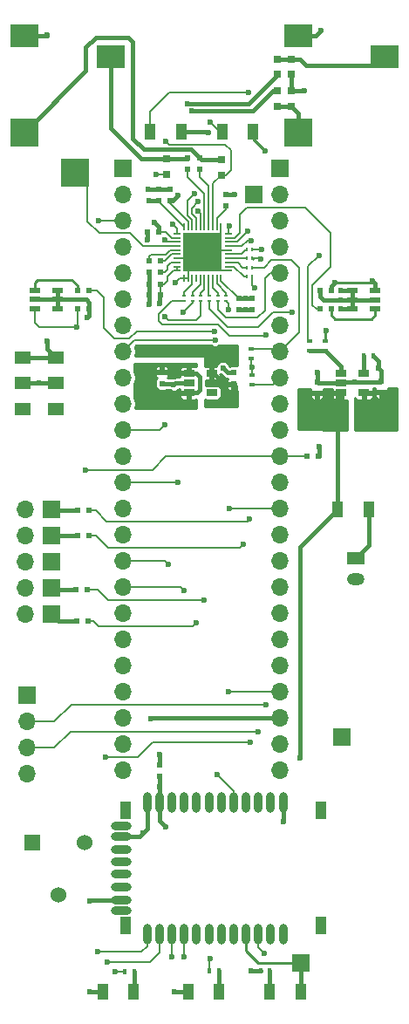
<source format=gbr>
G04 #@! TF.FileFunction,Copper,L1,Top,Signal*
%FSLAX46Y46*%
G04 Gerber Fmt 4.6, Leading zero omitted, Abs format (unit mm)*
G04 Created by KiCad (PCBNEW 4.0.0-stable) date Friday, August 18, 2017 'PMt' 03:24:48 PM*
%MOMM*%
G01*
G04 APERTURE LIST*
%ADD10C,0.100000*%
%ADD11R,1.700000X1.200000*%
%ADD12O,1.700000X1.200000*%
%ADD13R,1.000000X1.600000*%
%ADD14R,1.032000X0.500000*%
%ADD15R,1.032000X0.622000*%
%ADD16R,1.700000X1.700000*%
%ADD17O,1.700000X1.700000*%
%ADD18R,0.750000X0.800000*%
%ADD19R,1.524000X1.524000*%
%ADD20C,1.524000*%
%ADD21R,1.600000X1.200000*%
%ADD22O,0.800000X2.000000*%
%ADD23O,2.000000X0.800000*%
%ADD24R,1.000000X1.800000*%
%ADD25R,0.200000X0.750000*%
%ADD26R,0.750000X0.200000*%
%ADD27R,1.900000X1.900000*%
%ADD28R,1.060000X0.650000*%
%ADD29R,2.800000X2.800000*%
%ADD30R,2.800000X2.200000*%
%ADD31R,0.500000X0.600000*%
%ADD32R,0.600000X0.500000*%
%ADD33R,0.400000X0.600000*%
%ADD34R,0.600000X0.400000*%
%ADD35R,0.430000X0.280000*%
%ADD36R,0.280000X0.430000*%
%ADD37C,0.600000*%
%ADD38C,0.381000*%
%ADD39C,0.177800*%
%ADD40C,0.203200*%
%ADD41C,0.250000*%
%ADD42C,0.254000*%
G04 APERTURE END LIST*
D10*
D11*
X135636000Y-81280000D03*
D12*
X135636000Y-83280000D03*
D13*
X127278000Y-123317000D03*
X130278000Y-123317000D03*
X111072800Y-123317000D03*
X114072800Y-123317000D03*
X119353200Y-123317000D03*
X122353200Y-123317000D03*
X115695600Y-39878000D03*
X118695600Y-39878000D03*
X122655200Y-39878000D03*
X125655200Y-39878000D03*
X133882000Y-76504800D03*
X136882000Y-76504800D03*
D14*
X104472000Y-56164400D03*
X106680000Y-56164400D03*
D15*
X104472000Y-57048400D03*
X104472000Y-55280400D03*
X106680000Y-55280400D03*
X106680000Y-57048400D03*
D16*
X130302000Y-120548400D03*
X103733600Y-94589600D03*
D17*
X103733600Y-97129600D03*
X103733600Y-99669600D03*
X103733600Y-102209600D03*
D16*
X134315200Y-98653600D03*
X113030000Y-43434000D03*
D17*
X113030000Y-45974000D03*
X113030000Y-48514000D03*
X113030000Y-51054000D03*
X113030000Y-53594000D03*
X113030000Y-56134000D03*
X113030000Y-58674000D03*
X113030000Y-61214000D03*
X113030000Y-63754000D03*
X113030000Y-66294000D03*
X113030000Y-68834000D03*
X113030000Y-71374000D03*
X113030000Y-73914000D03*
X113030000Y-76454000D03*
X113030000Y-78994000D03*
X113030000Y-81534000D03*
X113030000Y-84074000D03*
X113030000Y-86614000D03*
X113030000Y-89154000D03*
X113030000Y-91694000D03*
X113030000Y-94234000D03*
X113030000Y-96774000D03*
X113030000Y-99314000D03*
X113030000Y-101854000D03*
D16*
X125730000Y-45974000D03*
X128270000Y-43434000D03*
D17*
X128270000Y-45974000D03*
X128270000Y-48514000D03*
X128270000Y-51054000D03*
X128270000Y-53594000D03*
X128270000Y-56134000D03*
X128270000Y-58674000D03*
X128270000Y-61214000D03*
X128270000Y-63754000D03*
X128270000Y-66294000D03*
X128270000Y-68834000D03*
X128270000Y-71374000D03*
X128270000Y-73914000D03*
X128270000Y-76454000D03*
X128270000Y-78994000D03*
X128270000Y-81534000D03*
X128270000Y-84074000D03*
X128270000Y-86614000D03*
X128270000Y-89154000D03*
X128270000Y-91694000D03*
X128270000Y-94234000D03*
X128270000Y-96774000D03*
X128270000Y-99314000D03*
X128270000Y-101854000D03*
D16*
X106121200Y-76555600D03*
D17*
X103581200Y-76555600D03*
D16*
X106121200Y-79095600D03*
D17*
X103581200Y-79095600D03*
D16*
X106121200Y-81635600D03*
D17*
X103581200Y-81635600D03*
D16*
X106121200Y-84175600D03*
D17*
X103581200Y-84175600D03*
D16*
X106121200Y-86715600D03*
D17*
X103581200Y-86715600D03*
D18*
X128041400Y-35902200D03*
X128041400Y-37402200D03*
X128028700Y-34316100D03*
X128028700Y-32816100D03*
X129413000Y-37402200D03*
X129413000Y-35902200D03*
X122567700Y-44069700D03*
X122567700Y-42569700D03*
X117259100Y-44006200D03*
X117259100Y-42506200D03*
X129387600Y-32816100D03*
X129387600Y-34316100D03*
D19*
X104241600Y-108915200D03*
D20*
X109321600Y-108915200D03*
X106781600Y-113995200D03*
D21*
X106502000Y-64262000D03*
X103302000Y-64262000D03*
X106502000Y-66762000D03*
X103302000Y-66762000D03*
X103302000Y-61762000D03*
X106502000Y-61762000D03*
D22*
X128580400Y-104953600D03*
X127380400Y-104953600D03*
X126180400Y-104953600D03*
X124980400Y-104953600D03*
X123780400Y-104953600D03*
X122580400Y-104953600D03*
X121380400Y-104953600D03*
X120180400Y-104953600D03*
X118980400Y-104953600D03*
X117780400Y-104953600D03*
X116580400Y-104953600D03*
X115380400Y-104953600D03*
D23*
X112880400Y-107253600D03*
X112880400Y-108253600D03*
X112880400Y-109553600D03*
X112880400Y-110753600D03*
X112880400Y-111953600D03*
X112880400Y-113153600D03*
X112880400Y-114453600D03*
X112880400Y-115453600D03*
D22*
X115380400Y-117753600D03*
X116580400Y-117753600D03*
X117780400Y-117753600D03*
X118980400Y-117753600D03*
X120180400Y-117753600D03*
X121380400Y-117753600D03*
X122580400Y-117753600D03*
X123780400Y-117753600D03*
X124980400Y-117753600D03*
X126180400Y-117753600D03*
X127380400Y-117753600D03*
X128580400Y-117753600D03*
D24*
X113280400Y-105753600D03*
X113280400Y-116953600D03*
X132280400Y-116953600D03*
X132280400Y-105753600D03*
D25*
X118951600Y-54062000D03*
X119351600Y-54062000D03*
X119751600Y-54062000D03*
X120151600Y-54062000D03*
X120551600Y-54062000D03*
X120951600Y-54062000D03*
X121351600Y-54062000D03*
X121751600Y-54062000D03*
X122151600Y-54062000D03*
X122551600Y-54062000D03*
D26*
X123251600Y-53362000D03*
X123251600Y-52962000D03*
X123251600Y-52562000D03*
X123251600Y-52162000D03*
X123251600Y-51762000D03*
X123251600Y-51362000D03*
X123251600Y-50962000D03*
X123251600Y-50562000D03*
X123251600Y-50162000D03*
X123251600Y-49762000D03*
D25*
X122551600Y-49062000D03*
X122151600Y-49062000D03*
X121751600Y-49062000D03*
X121351600Y-49062000D03*
X120951600Y-49062000D03*
X120551600Y-49062000D03*
X120151600Y-49062000D03*
X119751600Y-49062000D03*
X119351600Y-49062000D03*
X118951600Y-49062000D03*
D26*
X118251600Y-49762000D03*
X118251600Y-50162000D03*
X118251600Y-50562000D03*
X118251600Y-50962000D03*
X118251600Y-51362000D03*
X118251600Y-51762000D03*
X118251600Y-52162000D03*
X118251600Y-52562000D03*
X118251600Y-52962000D03*
X118251600Y-53362000D03*
D27*
X121701600Y-50612000D03*
X119801600Y-50612000D03*
X121701600Y-52512000D03*
X119801600Y-52512000D03*
D28*
X134231200Y-63312000D03*
X134231200Y-64262000D03*
X134231200Y-65212000D03*
X136431200Y-65212000D03*
X136431200Y-63312000D03*
X119448400Y-63312000D03*
X119448400Y-64262000D03*
X119448400Y-65212000D03*
X121648400Y-65212000D03*
X121648400Y-63312000D03*
D14*
X137513800Y-56179800D03*
X135305800Y-56179800D03*
D15*
X137513800Y-55295800D03*
X137513800Y-57063800D03*
X135305800Y-57063800D03*
X135305800Y-55295800D03*
D29*
X108395200Y-43848400D03*
X103445200Y-39948400D03*
D30*
X111845200Y-32548400D03*
X103445200Y-30548400D03*
D29*
X130064400Y-39948400D03*
D30*
X138464400Y-32548400D03*
X130064400Y-30548400D03*
D31*
X116586000Y-102480200D03*
X116586000Y-101380200D03*
X116674900Y-52434400D03*
X116674900Y-53534400D03*
X116547900Y-45462100D03*
X116547900Y-46562100D03*
X124307600Y-57179300D03*
X124307600Y-56079300D03*
X125603000Y-57179300D03*
X125603000Y-56079300D03*
D32*
X116653400Y-55664100D03*
X115553400Y-55664100D03*
X116653400Y-54686200D03*
X115553400Y-54686200D03*
D31*
X115557300Y-52434400D03*
X115557300Y-53534400D03*
D32*
X116513700Y-49606200D03*
X115413700Y-49606200D03*
D31*
X117602000Y-46562100D03*
X117602000Y-45462100D03*
X123012200Y-47032000D03*
X123012200Y-45932000D03*
X120484900Y-43539500D03*
X120484900Y-42439500D03*
X119329200Y-43539500D03*
X119329200Y-42439500D03*
D32*
X130933100Y-71361300D03*
X132033100Y-71361300D03*
D31*
X138125200Y-65167600D03*
X138125200Y-64067600D03*
D32*
X132139600Y-55295800D03*
X133239600Y-55295800D03*
X132139600Y-57086500D03*
X133239600Y-57086500D03*
X109744600Y-57048400D03*
X108644600Y-57048400D03*
X109706500Y-55295800D03*
X108606500Y-55295800D03*
D31*
X116840000Y-63204000D03*
X116840000Y-64304000D03*
X131876800Y-65256500D03*
X131876800Y-64156500D03*
X123774200Y-64367500D03*
X123774200Y-63267500D03*
D32*
X109757300Y-76606400D03*
X108657300Y-76606400D03*
X109719200Y-79095600D03*
X108619200Y-79095600D03*
X109592200Y-84328000D03*
X108492200Y-84328000D03*
X109655700Y-87376000D03*
X108555700Y-87376000D03*
D33*
X127272200Y-121285000D03*
X126372200Y-121285000D03*
X113215000Y-121412000D03*
X114115000Y-121412000D03*
D34*
X125514100Y-61841800D03*
X125514100Y-60941800D03*
X125526800Y-63519900D03*
X125526800Y-64419900D03*
D33*
X121444600Y-121335800D03*
X122344600Y-121335800D03*
D34*
X131165600Y-60205200D03*
X131165600Y-61105200D03*
X132689600Y-60205200D03*
X132689600Y-61105200D03*
D33*
X136405200Y-61607700D03*
X137305200Y-61607700D03*
D35*
X118973600Y-56292400D03*
X118973600Y-55772400D03*
X120599200Y-56292400D03*
X120599200Y-55772400D03*
X121412000Y-56292400D03*
X121412000Y-55772400D03*
X122224800Y-56292400D03*
X122224800Y-55772400D03*
X123037600Y-56292400D03*
X123037600Y-55772400D03*
X119786400Y-56292400D03*
X119786400Y-55772400D03*
D36*
X125596300Y-51320700D03*
X125076300Y-51320700D03*
X125596300Y-52184300D03*
X125076300Y-52184300D03*
X125596300Y-53047900D03*
X125076300Y-53047900D03*
X125596300Y-53911500D03*
X125076300Y-53911500D03*
D37*
X132219700Y-30073600D03*
X119989600Y-45847000D03*
X132054600Y-70472300D03*
X137845800Y-62801500D03*
X109791500Y-114528600D03*
X116598700Y-100342700D03*
X119801600Y-52512000D03*
X121701600Y-52512000D03*
X121701600Y-50612000D03*
X119801600Y-50612000D03*
X122732800Y-62788800D03*
X109575600Y-57912000D03*
X115595400Y-56603900D03*
X115392200Y-50342800D03*
X105702100Y-30505400D03*
X130632200Y-35902900D03*
X121488200Y-38950900D03*
X123850400Y-45935900D03*
X115531900Y-45466000D03*
X124980700Y-57175400D03*
X128587500Y-106870500D03*
X114960400Y-107950000D03*
X109829600Y-123342400D03*
X118008400Y-123342400D03*
X125476000Y-121310400D03*
X131876800Y-63246000D03*
X135534400Y-64211200D03*
X134162800Y-57048400D03*
X134162800Y-55270400D03*
X134162800Y-56184800D03*
X117983000Y-64389000D03*
X118110000Y-54483000D03*
X124955300Y-56083200D03*
X125526800Y-62699900D03*
X117144800Y-107340400D03*
X116586000Y-103428800D03*
X115582700Y-46545500D03*
X117983000Y-62611000D03*
X115443000Y-63881000D03*
X105664000Y-60198000D03*
X116598700Y-56591200D03*
X116090700Y-48666400D03*
X118338600Y-46050200D03*
X123977400Y-65303400D03*
X133604000Y-54483000D03*
X137261600Y-54356000D03*
X115316000Y-61010800D03*
X108585000Y-58801000D03*
X109423200Y-72694800D03*
X138836400Y-66497200D03*
X121323100Y-39916100D03*
X123342400Y-48996600D03*
X121958100Y-59232800D03*
X104902000Y-64262000D03*
X130251200Y-100685600D03*
X125234700Y-36093400D03*
X132080000Y-51866800D03*
X126847600Y-41757600D03*
X132740400Y-59182000D03*
X126466600Y-51308000D03*
X126898400Y-95478600D03*
X126199900Y-98082100D03*
X125818900Y-54991000D03*
X111480600Y-120459500D03*
X110566200Y-119468900D03*
X110667800Y-48526700D03*
X111353600Y-100584000D03*
X125374400Y-99161600D03*
X126746000Y-119634000D03*
X122212100Y-102311200D03*
X121983500Y-60071000D03*
X117081300Y-68313300D03*
X117106700Y-57848500D03*
X118376700Y-73875900D03*
X118910100Y-57365900D03*
X117805200Y-119938800D03*
X117449600Y-81889600D03*
X118986300Y-84429600D03*
X118973600Y-119989600D03*
X129476500Y-57365900D03*
X126936500Y-59613800D03*
X126453900Y-52260500D03*
X123367800Y-76428600D03*
X123304300Y-57162700D03*
X121462800Y-120142000D03*
X123240800Y-94234000D03*
X112293400Y-121399300D03*
X115773200Y-96875600D03*
X125349000Y-77495400D03*
X125488700Y-50431700D03*
X124701300Y-79921100D03*
X125107700Y-49555400D03*
X120332500Y-47536100D03*
X120891300Y-85356700D03*
X120332500Y-46685200D03*
X120154700Y-87528400D03*
X117843300Y-48882300D03*
X119761000Y-37871400D03*
X117068600Y-50368200D03*
X119316500Y-37122100D03*
X117170200Y-40767000D03*
X116230400Y-44005500D03*
D38*
X135636000Y-81280000D02*
X136882000Y-80034000D01*
X136882000Y-80034000D02*
X136882000Y-76504800D01*
D39*
X119751600Y-49062000D02*
X119751600Y-48428400D01*
D38*
X131744900Y-30548400D02*
X132219700Y-30073600D01*
X131744900Y-30548400D02*
X130064400Y-30548400D01*
D39*
X119316500Y-46520100D02*
X119989600Y-45847000D01*
X119316500Y-47993300D02*
X119316500Y-46520100D01*
X119751600Y-48428400D02*
X119316500Y-47993300D01*
X122551600Y-49062000D02*
X122551600Y-49762000D01*
X122551600Y-49762000D02*
X121701600Y-50612000D01*
D38*
X132033100Y-71361300D02*
X132054600Y-71339800D01*
X132054600Y-71339800D02*
X132054600Y-70472300D01*
X137305200Y-61607700D02*
X137845800Y-62148300D01*
X138125200Y-63080900D02*
X137845800Y-62801500D01*
X138125200Y-63080900D02*
X138125200Y-64067600D01*
X137845800Y-62148300D02*
X137845800Y-62801500D01*
X112880400Y-114453600D02*
X109866500Y-114453600D01*
X109866500Y-114453600D02*
X109791500Y-114528600D01*
X116586000Y-101380200D02*
X116586000Y-100355400D01*
X116586000Y-100355400D02*
X116598700Y-100342700D01*
D39*
X119801600Y-50612000D02*
X119801600Y-52512000D01*
X121701600Y-50612000D02*
X121701600Y-52512000D01*
X122151600Y-50162000D02*
X121701600Y-50612000D01*
D38*
X123774200Y-63267500D02*
X123211500Y-63267500D01*
X123211500Y-63267500D02*
X122732800Y-62788800D01*
X109744600Y-57048400D02*
X109744600Y-57743000D01*
X109744600Y-57743000D02*
X109575600Y-57912000D01*
X115553400Y-55664100D02*
X115553400Y-56561900D01*
X115553400Y-56561900D02*
X115595400Y-56603900D01*
X115557300Y-53534400D02*
X115557300Y-54682300D01*
X115557300Y-54682300D02*
X115553400Y-54686200D01*
X115413700Y-49606200D02*
X115413700Y-50321300D01*
X115413700Y-50321300D02*
X115392200Y-50342800D01*
X103445200Y-30548400D02*
X105659100Y-30548400D01*
X105659100Y-30548400D02*
X105702100Y-30505400D01*
X129413000Y-35902200D02*
X130631500Y-35902200D01*
X130631500Y-35902200D02*
X130632200Y-35902900D01*
X129413000Y-35902200D02*
X129413000Y-34341500D01*
X129413000Y-34341500D02*
X129387600Y-34316100D01*
D40*
X122655200Y-39878000D02*
X122415300Y-39878000D01*
X122415300Y-39878000D02*
X121488200Y-38950900D01*
D38*
X123012200Y-45932000D02*
X123846500Y-45932000D01*
X123846500Y-45932000D02*
X123850400Y-45935900D01*
X116547900Y-45462100D02*
X115535800Y-45462100D01*
X115535800Y-45462100D02*
X115531900Y-45466000D01*
X117602000Y-45462100D02*
X116547900Y-45462100D01*
X125603000Y-57179300D02*
X125599100Y-57175400D01*
X125599100Y-57175400D02*
X124980700Y-57175400D01*
X124307600Y-57179300D02*
X124311500Y-57175400D01*
X124311500Y-57175400D02*
X124980700Y-57175400D01*
X115553400Y-55664100D02*
X115553400Y-54686200D01*
X106680000Y-56164400D02*
X109453600Y-56164400D01*
X109744600Y-56455400D02*
X109744600Y-57048400D01*
X109453600Y-56164400D02*
X109744600Y-56455400D01*
X128580400Y-104953600D02*
X128580400Y-106863400D01*
X128580400Y-106863400D02*
X128587500Y-106870500D01*
X112880400Y-108253600D02*
X114656800Y-108253600D01*
X115380400Y-107530000D02*
X114960400Y-107950000D01*
X115380400Y-107530000D02*
X115380400Y-104953600D01*
X114656800Y-108253600D02*
X114960400Y-107950000D01*
X111072800Y-123317000D02*
X109855000Y-123317000D01*
X109855000Y-123317000D02*
X109829600Y-123342400D01*
X119353200Y-123317000D02*
X118033800Y-123317000D01*
X118033800Y-123317000D02*
X118008400Y-123342400D01*
X126372200Y-121285000D02*
X125501400Y-121285000D01*
X125501400Y-121285000D02*
X125476000Y-121310400D01*
X131876800Y-64156500D02*
X131876800Y-63246000D01*
X134231200Y-64262000D02*
X131982300Y-64262000D01*
X131982300Y-64262000D02*
X131876800Y-64156500D01*
X134231200Y-64262000D02*
X134282000Y-64211200D01*
X134282000Y-64211200D02*
X135534400Y-64211200D01*
X138125200Y-64067600D02*
X137981600Y-64211200D01*
X137981600Y-64211200D02*
X135534400Y-64211200D01*
X135305800Y-57063800D02*
X134178200Y-57063800D01*
X134178200Y-57063800D02*
X134162800Y-57048400D01*
X135305800Y-55295800D02*
X134188200Y-55295800D01*
X134188200Y-55295800D02*
X134162800Y-55270400D01*
X135305800Y-56179800D02*
X134167800Y-56179800D01*
X132139600Y-55838000D02*
X132486400Y-56184800D01*
X132486400Y-56184800D02*
X134162800Y-56184800D01*
X132139600Y-55838000D02*
X132139600Y-55295800D01*
X134167800Y-56179800D02*
X134162800Y-56184800D01*
X116840000Y-64347000D02*
X117941000Y-64347000D01*
X118110000Y-64262000D02*
X117983000Y-64389000D01*
X118110000Y-64262000D02*
X119448400Y-64262000D01*
X117941000Y-64347000D02*
X117983000Y-64389000D01*
X137513800Y-56179800D02*
X135305800Y-56179800D01*
X135305800Y-57063800D02*
X135305800Y-56179800D01*
X135305800Y-55295800D02*
X135305800Y-56179800D01*
X104472000Y-56164400D02*
X106680000Y-56164400D01*
X106680000Y-55280400D02*
X106680000Y-56164400D01*
X106680000Y-57048400D02*
X106680000Y-56164400D01*
D39*
X118951600Y-54062000D02*
X118531000Y-54062000D01*
X118531000Y-54062000D02*
X118110000Y-54483000D01*
X118951600Y-54062000D02*
X119351600Y-54062000D01*
X119351600Y-54062000D02*
X119351600Y-52962000D01*
X119351600Y-52962000D02*
X119801600Y-52512000D01*
X118251600Y-52162000D02*
X119451600Y-52162000D01*
X119451600Y-52162000D02*
X119801600Y-52512000D01*
X122151600Y-50162000D02*
X121701600Y-50612000D01*
X123251600Y-51362000D02*
X122451600Y-51362000D01*
X122451600Y-51362000D02*
X121701600Y-50612000D01*
X123251600Y-53362000D02*
X122551600Y-53362000D01*
X122551600Y-53362000D02*
X121701600Y-52512000D01*
D38*
X124307600Y-56079300D02*
X124951400Y-56079300D01*
X124959200Y-56079300D02*
X124955300Y-56083200D01*
X124959200Y-56079300D02*
X125603000Y-56079300D01*
X124951400Y-56079300D02*
X124955300Y-56083200D01*
D39*
X122551600Y-54062000D02*
X122551600Y-54323300D01*
X122551600Y-54323300D02*
X124307600Y-56079300D01*
X122551600Y-54062000D02*
X122551600Y-54209000D01*
D40*
X125514100Y-61841800D02*
X125514100Y-62687200D01*
X125526800Y-62699900D02*
X125526800Y-63519900D01*
X125514100Y-62687200D02*
X125526800Y-62699900D01*
D38*
X116580400Y-104953600D02*
X116580400Y-106776000D01*
X116580400Y-106776000D02*
X117144800Y-107340400D01*
X116586000Y-102480200D02*
X116586000Y-103428800D01*
X116580400Y-103434400D02*
X116586000Y-103428800D01*
X116580400Y-103434400D02*
X116580400Y-104953600D01*
D39*
X118251600Y-51762000D02*
X117744900Y-51762000D01*
X117072500Y-52434400D02*
X116674900Y-52434400D01*
X117744900Y-51762000D02*
X117072500Y-52434400D01*
X116725000Y-52384300D02*
X116674900Y-52434400D01*
X118251600Y-52562000D02*
X117732300Y-52562000D01*
X117102800Y-53534400D02*
X116674900Y-53534400D01*
X117373400Y-53263800D02*
X117102800Y-53534400D01*
X117373400Y-52920900D02*
X117373400Y-53263800D01*
X117732300Y-52562000D02*
X117373400Y-52920900D01*
X118951600Y-49062000D02*
X116547900Y-46658300D01*
X116547900Y-46658300D02*
X116547900Y-46562100D01*
D38*
X116547900Y-46562100D02*
X116531300Y-46545500D01*
X116531300Y-46545500D02*
X115582700Y-46545500D01*
X119448400Y-65212000D02*
X120246100Y-65212000D01*
X120157200Y-63312000D02*
X119448400Y-63312000D01*
X120484900Y-63639700D02*
X120157200Y-63312000D01*
X120484900Y-64973200D02*
X120484900Y-63639700D01*
X120246100Y-65212000D02*
X120484900Y-64973200D01*
X116840000Y-63204000D02*
X117390000Y-63204000D01*
X118684000Y-63312000D02*
X117983000Y-62611000D01*
X118684000Y-63312000D02*
X119448400Y-63312000D01*
X117390000Y-63204000D02*
X117983000Y-62611000D01*
X116840000Y-63204000D02*
X116120000Y-63204000D01*
X116120000Y-63204000D02*
X115443000Y-63881000D01*
X106502000Y-61762000D02*
X105664000Y-60924000D01*
X105664000Y-60924000D02*
X105664000Y-60198000D01*
X103302000Y-61762000D02*
X106502000Y-61762000D01*
X116653400Y-55664100D02*
X116598700Y-55718800D01*
X116598700Y-55718800D02*
X116598700Y-56591200D01*
D40*
X116653400Y-55664100D02*
X116653400Y-54686200D01*
D39*
X118251600Y-53362000D02*
X117973700Y-53362000D01*
X117973700Y-53362000D02*
X117373400Y-53962300D01*
X117030500Y-54686200D02*
X116653400Y-54686200D01*
X117373400Y-54343300D02*
X117030500Y-54686200D01*
X117373400Y-53962300D02*
X117373400Y-54343300D01*
D38*
X117602000Y-46562100D02*
X117826700Y-46562100D01*
X117826700Y-46562100D02*
X118338600Y-46050200D01*
X116513700Y-49089400D02*
X116513700Y-49606200D01*
X116090700Y-48666400D02*
X116513700Y-49089400D01*
D39*
X119351600Y-49062000D02*
X119351600Y-48574500D01*
X119351600Y-48574500D02*
X117602000Y-46824900D01*
X117602000Y-46824900D02*
X117602000Y-46562100D01*
D40*
X116513700Y-49606200D02*
X116573300Y-49546600D01*
D38*
X123774200Y-64367500D02*
X123977400Y-64570700D01*
X123977400Y-64570700D02*
X123977400Y-65303400D01*
X133239600Y-55295800D02*
X133239600Y-54847400D01*
X133239600Y-54847400D02*
X133604000Y-54483000D01*
X137513800Y-55295800D02*
X137513800Y-54608200D01*
X137513800Y-54608200D02*
X137261600Y-54356000D01*
X121648400Y-63312000D02*
X121648400Y-61552000D01*
X121107200Y-61010800D02*
X115316000Y-61010800D01*
X121648400Y-61552000D02*
X121107200Y-61010800D01*
X121648400Y-63312000D02*
X121833600Y-63312000D01*
X121833600Y-63312000D02*
X122889100Y-64367500D01*
X122889100Y-64367500D02*
X123774200Y-64367500D01*
D41*
X137513800Y-55295800D02*
X137513800Y-54709800D01*
X133604000Y-54483000D02*
X133239600Y-54847400D01*
X137287000Y-54483000D02*
X133604000Y-54483000D01*
X137513800Y-54709800D02*
X137287000Y-54483000D01*
D40*
X108644600Y-57048400D02*
X108644600Y-58741400D01*
X104472000Y-58371000D02*
X104902000Y-58801000D01*
X104902000Y-58801000D02*
X108585000Y-58801000D01*
X104472000Y-58371000D02*
X104472000Y-57048400D01*
X108644600Y-58741400D02*
X108585000Y-58801000D01*
D39*
X118251600Y-52962000D02*
X118251600Y-53362000D01*
X118251600Y-50162000D02*
X117738700Y-50162000D01*
X117182900Y-49606200D02*
X116513700Y-49606200D01*
X117738700Y-50162000D02*
X117182900Y-49606200D01*
X118251600Y-51362000D02*
X117610608Y-51362000D01*
X115557300Y-52019200D02*
X115557300Y-52434400D01*
X115785900Y-51790600D02*
X115557300Y-52019200D01*
X117182008Y-51790600D02*
X115785900Y-51790600D01*
X117610608Y-51362000D02*
X117182008Y-51790600D01*
X122151600Y-49062000D02*
X122151600Y-48282400D01*
X123012200Y-47421800D02*
X123012200Y-47032000D01*
X122151600Y-48282400D02*
X123012200Y-47421800D01*
X123028800Y-47015400D02*
X123012200Y-47032000D01*
X121351600Y-49062000D02*
X121351600Y-45151600D01*
X120484900Y-44284900D02*
X120484900Y-43539500D01*
X121351600Y-45151600D02*
X120484900Y-44284900D01*
D38*
X120484900Y-42439500D02*
X119650600Y-41605200D01*
X109423200Y-33970400D02*
X103445200Y-39948400D01*
X109423200Y-31699200D02*
X109423200Y-33970400D01*
X110388400Y-30734000D02*
X109423200Y-31699200D01*
X113538000Y-30734000D02*
X110388400Y-30734000D01*
X113995200Y-31191200D02*
X113538000Y-30734000D01*
X113995200Y-40538400D02*
X113995200Y-31191200D01*
X115062000Y-41605200D02*
X113995200Y-40538400D01*
X119650600Y-41605200D02*
X115062000Y-41605200D01*
X122567700Y-42569700D02*
X120615100Y-42569700D01*
X120615100Y-42569700D02*
X120484900Y-42439500D01*
D39*
X120951600Y-49062000D02*
X120951600Y-45894600D01*
X119329200Y-44272200D02*
X119329200Y-43539500D01*
X120951600Y-45894600D02*
X119329200Y-44272200D01*
D38*
X117259100Y-42506200D02*
X119262500Y-42506200D01*
X119262500Y-42506200D02*
X119329200Y-42439500D01*
X117259100Y-42506200D02*
X114794600Y-42506200D01*
X111845200Y-39556800D02*
X111845200Y-32548400D01*
X114794600Y-42506200D02*
X111845200Y-39556800D01*
D40*
X128270000Y-71374000D02*
X130920400Y-71374000D01*
X130920400Y-71374000D02*
X130933100Y-71361300D01*
X117221000Y-71374000D02*
X128270000Y-71374000D01*
X115900200Y-72694800D02*
X117221000Y-71374000D01*
X109423200Y-72694800D02*
X115900200Y-72694800D01*
D38*
X138836400Y-65878800D02*
X138836400Y-66497200D01*
X138836400Y-65878800D02*
X138125200Y-65167600D01*
X121272300Y-39865300D02*
X118695600Y-39878000D01*
X121323100Y-39916100D02*
X121272300Y-39865300D01*
X136431200Y-65212000D02*
X138030000Y-65212000D01*
X138030000Y-65212000D02*
X138125200Y-65167600D01*
D39*
X123251600Y-50162000D02*
X123866100Y-50162000D01*
X126733300Y-47231300D02*
X130759200Y-47231300D01*
X130759200Y-47231300D02*
X133210300Y-49682400D01*
X131813300Y-57086500D02*
X132139600Y-57086500D01*
X133210300Y-52971700D02*
X133210300Y-49682400D01*
X131419600Y-54762400D02*
X133210300Y-52971700D01*
X131419600Y-56692800D02*
X131419600Y-54762400D01*
X131813300Y-57086500D02*
X131419600Y-56692800D01*
X125069600Y-47231300D02*
X126733300Y-47231300D01*
X124345700Y-47955200D02*
X125069600Y-47231300D01*
X124345700Y-49682400D02*
X124345700Y-47955200D01*
X123866100Y-50162000D02*
X124345700Y-49682400D01*
D41*
X137513800Y-57063800D02*
X137513800Y-57685200D01*
X133239600Y-57674600D02*
X133239600Y-57086500D01*
X133604000Y-58039000D02*
X133239600Y-57674600D01*
X137160000Y-58039000D02*
X133604000Y-58039000D01*
X137513800Y-57685200D02*
X137160000Y-58039000D01*
D40*
X109706500Y-55295800D02*
X110477300Y-55295800D01*
D39*
X123251600Y-49087400D02*
X123251600Y-49762000D01*
X123342400Y-48996600D02*
X123251600Y-49087400D01*
X114376200Y-59232800D02*
X121958100Y-59232800D01*
X113639600Y-59969400D02*
X114376200Y-59232800D01*
D40*
X112229900Y-59969400D02*
X113639600Y-59969400D01*
X111150400Y-58889900D02*
X112229900Y-59969400D01*
X111150400Y-55968900D02*
X111150400Y-58889900D01*
X110477300Y-55295800D02*
X111150400Y-55968900D01*
D41*
X104472000Y-55280400D02*
X104472000Y-54532000D01*
X108606500Y-54758500D02*
X108606500Y-55295800D01*
X108077000Y-54229000D02*
X108606500Y-54758500D01*
X104775000Y-54229000D02*
X108077000Y-54229000D01*
X104472000Y-54532000D02*
X104775000Y-54229000D01*
D38*
X130251200Y-80135600D02*
X130251200Y-100685600D01*
X133882000Y-76504800D02*
X130251200Y-80135600D01*
X133882000Y-76504800D02*
X133882000Y-65561200D01*
X133882000Y-65561200D02*
X134231200Y-65212000D01*
X134231200Y-65212000D02*
X134186700Y-65256500D01*
X134186700Y-65256500D02*
X131876800Y-65256500D01*
X103302000Y-64262000D02*
X104902000Y-64262000D01*
X104902000Y-64262000D02*
X106502000Y-64262000D01*
X127278000Y-123317000D02*
X127272200Y-123311200D01*
X127272200Y-123311200D02*
X127272200Y-121285000D01*
D41*
X124980400Y-117753600D02*
X124980400Y-119392400D01*
X126136400Y-120548400D02*
X130302000Y-120548400D01*
X124980400Y-119392400D02*
X126136400Y-120548400D01*
D38*
X130278000Y-123317000D02*
X130302000Y-123293000D01*
X130302000Y-123293000D02*
X130302000Y-120548400D01*
X114072800Y-123317000D02*
X114115000Y-123274800D01*
X114115000Y-123274800D02*
X114115000Y-121412000D01*
X122353200Y-123317000D02*
X122344600Y-123308400D01*
X122344600Y-123308400D02*
X122344600Y-121335800D01*
D40*
X115695600Y-37936300D02*
X115695600Y-39878000D01*
X117538500Y-36093400D02*
X115695600Y-37936300D01*
X125234700Y-36093400D02*
X117538500Y-36093400D01*
X131165600Y-60205200D02*
X131013200Y-60052800D01*
X131013200Y-60052800D02*
X131013200Y-52933600D01*
X131013200Y-52933600D02*
X132080000Y-51866800D01*
D41*
X132689600Y-60205200D02*
X132689600Y-59232800D01*
X126847600Y-41757600D02*
X125655200Y-40565200D01*
X132689600Y-59232800D02*
X132740400Y-59182000D01*
X125655200Y-40565200D02*
X125655200Y-39878000D01*
D38*
X128028700Y-32816100D02*
X129387600Y-32816100D01*
X138464400Y-32548400D02*
X137611800Y-33401000D01*
X137611800Y-33401000D02*
X130937000Y-33401000D01*
X130937000Y-33401000D02*
X130810000Y-33401000D01*
X130810000Y-33401000D02*
X130225100Y-32816100D01*
X130225100Y-32816100D02*
X129387600Y-32816100D01*
D39*
X118251600Y-50962000D02*
X114957300Y-50962000D01*
X109550200Y-48564800D02*
X109550200Y-45003400D01*
X110718600Y-49733200D02*
X109550200Y-48564800D01*
X113728500Y-49733200D02*
X110718600Y-49733200D01*
X114957300Y-50962000D02*
X113728500Y-49733200D01*
X109550200Y-45003400D02*
X108395200Y-43848400D01*
D40*
X126898400Y-95478600D02*
X108038900Y-95478600D01*
X126453900Y-51320700D02*
X126466600Y-51308000D01*
X125596300Y-51320700D02*
X126453900Y-51320700D01*
X106387900Y-97129600D02*
X103733600Y-97129600D01*
X108038900Y-95478600D02*
X106387900Y-97129600D01*
X125596300Y-53911500D02*
X125596300Y-54768400D01*
X106337100Y-99669600D02*
X103733600Y-99669600D01*
X107924600Y-98082100D02*
X106337100Y-99669600D01*
X126199900Y-98082100D02*
X107924600Y-98082100D01*
X125596300Y-54768400D02*
X125818900Y-54991000D01*
X116580400Y-119499900D02*
X115620800Y-120459500D01*
X115620800Y-120459500D02*
X111480600Y-120459500D01*
X116580400Y-119499900D02*
X116580400Y-117753600D01*
X113030000Y-48514000D02*
X110680500Y-48514000D01*
X115380400Y-118909200D02*
X115380400Y-117753600D01*
X114820700Y-119468900D02*
X115380400Y-118909200D01*
X110566200Y-119468900D02*
X114820700Y-119468900D01*
X110680500Y-48514000D02*
X110667800Y-48526700D01*
X126180400Y-117753600D02*
X126180400Y-119068400D01*
X114452400Y-100584000D02*
X111353600Y-100584000D01*
X115874800Y-99161600D02*
X114452400Y-100584000D01*
X125374400Y-99161600D02*
X115874800Y-99161600D01*
X126180400Y-119068400D02*
X126746000Y-119634000D01*
X113030000Y-61214000D02*
X114173000Y-60071000D01*
X123780400Y-103879500D02*
X123780400Y-104953600D01*
X122212100Y-102311200D02*
X123780400Y-103879500D01*
X114173000Y-60071000D02*
X121983500Y-60071000D01*
X120599200Y-56292400D02*
X120599200Y-57734200D01*
X116560600Y-68834000D02*
X113030000Y-68834000D01*
X117081300Y-68313300D02*
X116560600Y-68834000D01*
X117452798Y-58194598D02*
X117106700Y-57848500D01*
X120138802Y-58194598D02*
X117452798Y-58194598D01*
X120599200Y-57734200D02*
X120138802Y-58194598D01*
X119786400Y-56292400D02*
X119786400Y-56489600D01*
X118376700Y-73875900D02*
X113068100Y-73875900D01*
X119786400Y-56489600D02*
X118910100Y-57365900D01*
X113068100Y-73875900D02*
X113030000Y-73914000D01*
X117780400Y-117753600D02*
X117780400Y-119914000D01*
X117780400Y-119914000D02*
X117805200Y-119938800D01*
X117449600Y-81889600D02*
X117094000Y-81534000D01*
X117094000Y-81534000D02*
X113030000Y-81534000D01*
X113030000Y-84074000D02*
X118630700Y-84074000D01*
X118980400Y-119982800D02*
X118973600Y-119989600D01*
X118980400Y-119982800D02*
X118980400Y-117753600D01*
X118630700Y-84074000D02*
X118986300Y-84429600D01*
X121412000Y-56292400D02*
X121412000Y-57023000D01*
X127596900Y-57365900D02*
X129476500Y-57365900D01*
X126136400Y-58826400D02*
X127596900Y-57365900D01*
X123215400Y-58826400D02*
X126136400Y-58826400D01*
X121412000Y-57023000D02*
X123215400Y-58826400D01*
X122224800Y-56292400D02*
X122224800Y-57162700D01*
X127317500Y-53594000D02*
X128270000Y-53594000D01*
X126822200Y-54089300D02*
X127317500Y-53594000D01*
X126822200Y-57188100D02*
X126822200Y-54089300D01*
X126072900Y-57937400D02*
X126822200Y-57188100D01*
X122999500Y-57937400D02*
X126072900Y-57937400D01*
X122224800Y-57162700D02*
X122999500Y-57937400D01*
X118973600Y-56292400D02*
X117748400Y-56292400D01*
X123355100Y-59651900D02*
X126923800Y-59651900D01*
X122301000Y-58597800D02*
X123355100Y-59651900D01*
X116840000Y-58597800D02*
X122301000Y-58597800D01*
X116497100Y-58254900D02*
X116840000Y-58597800D01*
X116497100Y-57543700D02*
X116497100Y-58254900D01*
X117748400Y-56292400D02*
X116497100Y-57543700D01*
D39*
X128270000Y-61214000D02*
X130111500Y-59372500D01*
X126746000Y-53047900D02*
X125596300Y-53047900D01*
X127444500Y-52349400D02*
X126746000Y-53047900D01*
X129387600Y-52349400D02*
X127444500Y-52349400D01*
X130111500Y-53073300D02*
X129387600Y-52349400D01*
X130111500Y-59372500D02*
X130111500Y-53073300D01*
D40*
X125514100Y-60941800D02*
X127997800Y-60941800D01*
X127997800Y-60941800D02*
X128270000Y-61214000D01*
X126377700Y-52184300D02*
X125596300Y-52184300D01*
X126453900Y-52260500D02*
X126377700Y-52184300D01*
X125697900Y-52285900D02*
X125596300Y-52184300D01*
X125526800Y-64419900D02*
X127604100Y-64419900D01*
X127604100Y-64419900D02*
X128270000Y-63754000D01*
X128270000Y-76454000D02*
X128244600Y-76428600D01*
X128244600Y-76428600D02*
X123367800Y-76428600D01*
X123304300Y-57162700D02*
X123304300Y-56559100D01*
X123304300Y-56559100D02*
X123037600Y-56292400D01*
X121444600Y-121335800D02*
X121444600Y-120160200D01*
X121444600Y-120160200D02*
X121462800Y-120142000D01*
X123240800Y-94234000D02*
X128270000Y-94234000D01*
X113215000Y-121412000D02*
X112306100Y-121412000D01*
X112306100Y-121412000D02*
X112293400Y-121399300D01*
D38*
X112275200Y-121417500D02*
X112293400Y-121399300D01*
X115773200Y-96875600D02*
X115874800Y-96774000D01*
X115874800Y-96774000D02*
X128270000Y-96774000D01*
D39*
X123251600Y-50962000D02*
X124590100Y-50962000D01*
X110375700Y-76606400D02*
X109757300Y-76606400D01*
X111467900Y-77698600D02*
X110375700Y-76606400D01*
X125145800Y-77698600D02*
X111467900Y-77698600D01*
X125349000Y-77495400D02*
X125145800Y-77698600D01*
X125120400Y-50431700D02*
X125488700Y-50431700D01*
X124590100Y-50962000D02*
X125120400Y-50431700D01*
X123251600Y-50562000D02*
X124101100Y-50562000D01*
X110388400Y-79095600D02*
X109719200Y-79095600D01*
X111556800Y-80264000D02*
X110388400Y-79095600D01*
X124358400Y-80264000D02*
X111556800Y-80264000D01*
X124701300Y-79921100D02*
X124358400Y-80264000D01*
X124101100Y-50562000D02*
X125107700Y-49555400D01*
X120538900Y-47742500D02*
X120332500Y-47536100D01*
X120551600Y-49062000D02*
X120538900Y-47742500D01*
D40*
X110553500Y-84328000D02*
X109592200Y-84328000D01*
X111582200Y-85356700D02*
X110553500Y-84328000D01*
X120891300Y-85356700D02*
X111582200Y-85356700D01*
D39*
X120151600Y-48244200D02*
X119735600Y-47828200D01*
X119735600Y-47828200D02*
X119735600Y-47282100D01*
X119735600Y-47282100D02*
X120332500Y-46685200D01*
X120151600Y-49062000D02*
X120151600Y-48244200D01*
D40*
X110185200Y-87376000D02*
X109655700Y-87376000D01*
X110693200Y-87884000D02*
X110185200Y-87376000D01*
X119799100Y-87884000D02*
X110693200Y-87884000D01*
X120154700Y-87528400D02*
X119799100Y-87884000D01*
D39*
X119751600Y-54062000D02*
X119751600Y-54644800D01*
X118973600Y-55422800D02*
X118973600Y-55772400D01*
X119751600Y-54644800D02*
X118973600Y-55422800D01*
X120951600Y-54062000D02*
X120951600Y-55172000D01*
X120599200Y-55524400D02*
X120599200Y-55772400D01*
X120951600Y-55172000D02*
X120599200Y-55524400D01*
X121351600Y-54062000D02*
X121351600Y-55712000D01*
X121351600Y-55712000D02*
X121412000Y-55772400D01*
X121751600Y-54062000D02*
X121751600Y-55051200D01*
X122224800Y-55524400D02*
X122224800Y-55772400D01*
X121751600Y-55051200D02*
X122224800Y-55524400D01*
X122151600Y-54062000D02*
X122151600Y-54638400D01*
X123037600Y-55524400D02*
X123037600Y-55772400D01*
X122151600Y-54638400D02*
X123037600Y-55524400D01*
X120551600Y-54062000D02*
X120551600Y-54708400D01*
X119786400Y-55473600D02*
X119786400Y-55772400D01*
X120551600Y-54708400D02*
X119786400Y-55473600D01*
X123251600Y-51762000D02*
X124514000Y-51762000D01*
X124955300Y-51320700D02*
X125076300Y-51320700D01*
X124514000Y-51762000D02*
X124955300Y-51320700D01*
X123251600Y-52162000D02*
X125054000Y-52162000D01*
X125054000Y-52162000D02*
X125076300Y-52184300D01*
X123251600Y-52562000D02*
X124190000Y-52562000D01*
X124675900Y-53047900D02*
X125076300Y-53047900D01*
X124190000Y-52562000D02*
X124675900Y-53047900D01*
X123251600Y-52962000D02*
X123828000Y-52962000D01*
X124777500Y-53911500D02*
X125076300Y-53911500D01*
X123828000Y-52962000D02*
X124777500Y-53911500D01*
X118251600Y-49290600D02*
X117843300Y-48882300D01*
X118251600Y-49762000D02*
X118251600Y-49290600D01*
X127623000Y-35902200D02*
X128041400Y-35902200D01*
D38*
X125653800Y-37871400D02*
X127623000Y-35902200D01*
X119761000Y-37871400D02*
X125653800Y-37871400D01*
X130064400Y-39948400D02*
X130064400Y-38053600D01*
X130064400Y-38053600D02*
X129413000Y-37402200D01*
X128041400Y-37402200D02*
X129413000Y-37402200D01*
D39*
X117262400Y-50562000D02*
X117068600Y-50368200D01*
X118251600Y-50562000D02*
X117262400Y-50562000D01*
D38*
X125259208Y-37122100D02*
X128028700Y-34352608D01*
X119316500Y-37122100D02*
X125259208Y-37122100D01*
D39*
X128028700Y-34352608D02*
X128028700Y-34316100D01*
D40*
X117259100Y-44006200D02*
X116231100Y-44006200D01*
X123036900Y-44069700D02*
X122567700Y-44069700D01*
X123494800Y-43611800D02*
X123036900Y-44069700D01*
X123494800Y-41630600D02*
X123494800Y-43611800D01*
X122974100Y-41109900D02*
X123494800Y-41630600D01*
X117513100Y-41109900D02*
X122974100Y-41109900D01*
X117170200Y-40767000D02*
X117513100Y-41109900D01*
X116231100Y-44006200D02*
X116230400Y-44005500D01*
D39*
X121751600Y-49062000D02*
X121751600Y-44885800D01*
X121751600Y-44885800D02*
X122567700Y-44069700D01*
D38*
X134231200Y-63312000D02*
X134231200Y-62646800D01*
X134231200Y-62646800D02*
X132689600Y-61105200D01*
X132689600Y-61105200D02*
X131165600Y-61105200D01*
X136431200Y-63312000D02*
X136405200Y-63286000D01*
X136405200Y-63286000D02*
X136405200Y-61607700D01*
X106121200Y-76555600D02*
X106172000Y-76606400D01*
X106172000Y-76606400D02*
X108657300Y-76606400D01*
X105918000Y-79095600D02*
X108619200Y-79095600D01*
X106121200Y-84175600D02*
X106273600Y-84328000D01*
X106273600Y-84328000D02*
X108492200Y-84328000D01*
X106121200Y-86715600D02*
X106781600Y-87376000D01*
X106781600Y-87376000D02*
X108555700Y-87376000D01*
D42*
G36*
X120142000Y-62642374D02*
X120054186Y-62606000D01*
X119670650Y-62606000D01*
X119575400Y-62701250D01*
X119575400Y-63185000D01*
X119595400Y-63185000D01*
X119595400Y-63439000D01*
X119575400Y-63439000D01*
X119575400Y-63459000D01*
X119321400Y-63459000D01*
X119321400Y-63439000D01*
X118632650Y-63439000D01*
X118537400Y-63534250D01*
X118537400Y-63690500D01*
X118110005Y-63690500D01*
X118110000Y-63690499D01*
X118021852Y-63708033D01*
X117848135Y-63707882D01*
X117684486Y-63775500D01*
X117395715Y-63775500D01*
X117380680Y-63752135D01*
X117412996Y-63719820D01*
X117471000Y-63579786D01*
X117471000Y-63426250D01*
X117375750Y-63331000D01*
X116965000Y-63331000D01*
X116965000Y-63351000D01*
X116715000Y-63351000D01*
X116715000Y-63331000D01*
X116304250Y-63331000D01*
X116209000Y-63426250D01*
X116209000Y-63579786D01*
X116267004Y-63719820D01*
X116300298Y-63753114D01*
X116232141Y-63852866D01*
X116201536Y-64004000D01*
X116201536Y-64604000D01*
X116228103Y-64745190D01*
X116311546Y-64874865D01*
X116438866Y-64961859D01*
X116590000Y-64992464D01*
X117090000Y-64992464D01*
X117231190Y-64965897D01*
X117304848Y-64918500D01*
X117549336Y-64918500D01*
X117596741Y-64965987D01*
X117846946Y-65069882D01*
X118117865Y-65070118D01*
X118368252Y-64966661D01*
X118501645Y-64833500D01*
X118537400Y-64833500D01*
X118537400Y-64989750D01*
X118632650Y-65085000D01*
X119321400Y-65085000D01*
X119321400Y-65065000D01*
X119575400Y-65065000D01*
X119575400Y-65085000D01*
X119595400Y-65085000D01*
X119595400Y-65339000D01*
X119575400Y-65339000D01*
X119575400Y-65822750D01*
X119670650Y-65918000D01*
X120054186Y-65918000D01*
X120142000Y-65881626D01*
X120142000Y-66675000D01*
X114209332Y-66675000D01*
X114285117Y-66294000D01*
X114191413Y-65822917D01*
X114173000Y-65795360D01*
X114173000Y-65434250D01*
X118537400Y-65434250D01*
X118537400Y-65612785D01*
X118595404Y-65752819D01*
X118702580Y-65859996D01*
X118842614Y-65918000D01*
X119226150Y-65918000D01*
X119321400Y-65822750D01*
X119321400Y-65339000D01*
X118632650Y-65339000D01*
X118537400Y-65434250D01*
X114173000Y-65434250D01*
X114173000Y-64252640D01*
X114191413Y-64225083D01*
X114285117Y-63754000D01*
X114191413Y-63282917D01*
X114173000Y-63255360D01*
X114173000Y-62828214D01*
X116209000Y-62828214D01*
X116209000Y-62981750D01*
X116304250Y-63077000D01*
X116715000Y-63077000D01*
X116715000Y-62618250D01*
X116965000Y-62618250D01*
X116965000Y-63077000D01*
X117375750Y-63077000D01*
X117471000Y-62981750D01*
X117471000Y-62911215D01*
X118537400Y-62911215D01*
X118537400Y-63089750D01*
X118632650Y-63185000D01*
X119321400Y-63185000D01*
X119321400Y-62701250D01*
X119226150Y-62606000D01*
X118842614Y-62606000D01*
X118702580Y-62664004D01*
X118595404Y-62771181D01*
X118537400Y-62911215D01*
X117471000Y-62911215D01*
X117471000Y-62828214D01*
X117412996Y-62688180D01*
X117305819Y-62581004D01*
X117165785Y-62523000D01*
X117060250Y-62523000D01*
X116965000Y-62618250D01*
X116715000Y-62618250D01*
X116619750Y-62523000D01*
X116514215Y-62523000D01*
X116374181Y-62581004D01*
X116267004Y-62688180D01*
X116209000Y-62828214D01*
X114173000Y-62828214D01*
X114173000Y-62357000D01*
X120142000Y-62357000D01*
X120142000Y-62642374D01*
X120142000Y-62642374D01*
G37*
X120142000Y-62642374D02*
X120054186Y-62606000D01*
X119670650Y-62606000D01*
X119575400Y-62701250D01*
X119575400Y-63185000D01*
X119595400Y-63185000D01*
X119595400Y-63439000D01*
X119575400Y-63439000D01*
X119575400Y-63459000D01*
X119321400Y-63459000D01*
X119321400Y-63439000D01*
X118632650Y-63439000D01*
X118537400Y-63534250D01*
X118537400Y-63690500D01*
X118110005Y-63690500D01*
X118110000Y-63690499D01*
X118021852Y-63708033D01*
X117848135Y-63707882D01*
X117684486Y-63775500D01*
X117395715Y-63775500D01*
X117380680Y-63752135D01*
X117412996Y-63719820D01*
X117471000Y-63579786D01*
X117471000Y-63426250D01*
X117375750Y-63331000D01*
X116965000Y-63331000D01*
X116965000Y-63351000D01*
X116715000Y-63351000D01*
X116715000Y-63331000D01*
X116304250Y-63331000D01*
X116209000Y-63426250D01*
X116209000Y-63579786D01*
X116267004Y-63719820D01*
X116300298Y-63753114D01*
X116232141Y-63852866D01*
X116201536Y-64004000D01*
X116201536Y-64604000D01*
X116228103Y-64745190D01*
X116311546Y-64874865D01*
X116438866Y-64961859D01*
X116590000Y-64992464D01*
X117090000Y-64992464D01*
X117231190Y-64965897D01*
X117304848Y-64918500D01*
X117549336Y-64918500D01*
X117596741Y-64965987D01*
X117846946Y-65069882D01*
X118117865Y-65070118D01*
X118368252Y-64966661D01*
X118501645Y-64833500D01*
X118537400Y-64833500D01*
X118537400Y-64989750D01*
X118632650Y-65085000D01*
X119321400Y-65085000D01*
X119321400Y-65065000D01*
X119575400Y-65065000D01*
X119575400Y-65085000D01*
X119595400Y-65085000D01*
X119595400Y-65339000D01*
X119575400Y-65339000D01*
X119575400Y-65822750D01*
X119670650Y-65918000D01*
X120054186Y-65918000D01*
X120142000Y-65881626D01*
X120142000Y-66675000D01*
X114209332Y-66675000D01*
X114285117Y-66294000D01*
X114191413Y-65822917D01*
X114173000Y-65795360D01*
X114173000Y-65434250D01*
X118537400Y-65434250D01*
X118537400Y-65612785D01*
X118595404Y-65752819D01*
X118702580Y-65859996D01*
X118842614Y-65918000D01*
X119226150Y-65918000D01*
X119321400Y-65822750D01*
X119321400Y-65339000D01*
X118632650Y-65339000D01*
X118537400Y-65434250D01*
X114173000Y-65434250D01*
X114173000Y-64252640D01*
X114191413Y-64225083D01*
X114285117Y-63754000D01*
X114191413Y-63282917D01*
X114173000Y-63255360D01*
X114173000Y-62828214D01*
X116209000Y-62828214D01*
X116209000Y-62981750D01*
X116304250Y-63077000D01*
X116715000Y-63077000D01*
X116715000Y-62618250D01*
X116965000Y-62618250D01*
X116965000Y-63077000D01*
X117375750Y-63077000D01*
X117471000Y-62981750D01*
X117471000Y-62911215D01*
X118537400Y-62911215D01*
X118537400Y-63089750D01*
X118632650Y-63185000D01*
X119321400Y-63185000D01*
X119321400Y-62701250D01*
X119226150Y-62606000D01*
X118842614Y-62606000D01*
X118702580Y-62664004D01*
X118595404Y-62771181D01*
X118537400Y-62911215D01*
X117471000Y-62911215D01*
X117471000Y-62828214D01*
X117412996Y-62688180D01*
X117305819Y-62581004D01*
X117165785Y-62523000D01*
X117060250Y-62523000D01*
X116965000Y-62618250D01*
X116715000Y-62618250D01*
X116619750Y-62523000D01*
X116514215Y-62523000D01*
X116374181Y-62581004D01*
X116267004Y-62688180D01*
X116209000Y-62828214D01*
X114173000Y-62828214D01*
X114173000Y-62357000D01*
X120142000Y-62357000D01*
X120142000Y-62642374D01*
G36*
X121597241Y-60647987D02*
X121847446Y-60751882D01*
X122118365Y-60752118D01*
X122368752Y-60648661D01*
X122438534Y-60579000D01*
X124129800Y-60579000D01*
X124129800Y-62600420D01*
X124024200Y-62579036D01*
X123524200Y-62579036D01*
X123393159Y-62603693D01*
X123310461Y-62403548D01*
X123119059Y-62211813D01*
X122868854Y-62107918D01*
X122597935Y-62107682D01*
X122347548Y-62211139D01*
X122155813Y-62402541D01*
X122071329Y-62606000D01*
X121870650Y-62606000D01*
X121775400Y-62701250D01*
X121775400Y-63185000D01*
X121795400Y-63185000D01*
X121795400Y-63439000D01*
X121775400Y-63439000D01*
X121775400Y-63922750D01*
X121870650Y-64018000D01*
X122254186Y-64018000D01*
X122394220Y-63959996D01*
X122501396Y-63852819D01*
X122559400Y-63712785D01*
X122559400Y-63534250D01*
X122464152Y-63439002D01*
X122522861Y-63439002D01*
X122596746Y-63469682D01*
X122605466Y-63469690D01*
X122807388Y-63671612D01*
X122992796Y-63795497D01*
X123029082Y-63802715D01*
X123211500Y-63839001D01*
X123211505Y-63839000D01*
X123213884Y-63839000D01*
X123201204Y-63851680D01*
X123143200Y-63991714D01*
X123143200Y-64145250D01*
X123238450Y-64240500D01*
X123649200Y-64240500D01*
X123649200Y-64220500D01*
X123899200Y-64220500D01*
X123899200Y-64240500D01*
X123921200Y-64240500D01*
X123921200Y-64494500D01*
X123899200Y-64494500D01*
X123899200Y-64953250D01*
X123994450Y-65048500D01*
X124099985Y-65048500D01*
X124129800Y-65036150D01*
X124129800Y-66522600D01*
X120980200Y-66522600D01*
X120980200Y-65897478D01*
X121118400Y-65925464D01*
X122178400Y-65925464D01*
X122319590Y-65898897D01*
X122449265Y-65815454D01*
X122536259Y-65688134D01*
X122566864Y-65537000D01*
X122566864Y-64887000D01*
X122540297Y-64745810D01*
X122456854Y-64616135D01*
X122418239Y-64589750D01*
X123143200Y-64589750D01*
X123143200Y-64743286D01*
X123201204Y-64883320D01*
X123308381Y-64990496D01*
X123448415Y-65048500D01*
X123553950Y-65048500D01*
X123649200Y-64953250D01*
X123649200Y-64494500D01*
X123238450Y-64494500D01*
X123143200Y-64589750D01*
X122418239Y-64589750D01*
X122329534Y-64529141D01*
X122178400Y-64498536D01*
X121118400Y-64498536D01*
X121056400Y-64510202D01*
X121056400Y-64018000D01*
X121426150Y-64018000D01*
X121521400Y-63922750D01*
X121521400Y-63439000D01*
X121501400Y-63439000D01*
X121501400Y-63185000D01*
X121521400Y-63185000D01*
X121521400Y-62701250D01*
X121426150Y-62606000D01*
X121042614Y-62606000D01*
X120980200Y-62631853D01*
X120980200Y-61722000D01*
X120970194Y-61672590D01*
X120941753Y-61630965D01*
X120899359Y-61603685D01*
X120853200Y-61595000D01*
X114209332Y-61595000D01*
X114285117Y-61214000D01*
X114191413Y-60742917D01*
X114188277Y-60738223D01*
X114347500Y-60579000D01*
X121528374Y-60579000D01*
X121597241Y-60647987D01*
X121597241Y-60647987D01*
G37*
X121597241Y-60647987D02*
X121847446Y-60751882D01*
X122118365Y-60752118D01*
X122368752Y-60648661D01*
X122438534Y-60579000D01*
X124129800Y-60579000D01*
X124129800Y-62600420D01*
X124024200Y-62579036D01*
X123524200Y-62579036D01*
X123393159Y-62603693D01*
X123310461Y-62403548D01*
X123119059Y-62211813D01*
X122868854Y-62107918D01*
X122597935Y-62107682D01*
X122347548Y-62211139D01*
X122155813Y-62402541D01*
X122071329Y-62606000D01*
X121870650Y-62606000D01*
X121775400Y-62701250D01*
X121775400Y-63185000D01*
X121795400Y-63185000D01*
X121795400Y-63439000D01*
X121775400Y-63439000D01*
X121775400Y-63922750D01*
X121870650Y-64018000D01*
X122254186Y-64018000D01*
X122394220Y-63959996D01*
X122501396Y-63852819D01*
X122559400Y-63712785D01*
X122559400Y-63534250D01*
X122464152Y-63439002D01*
X122522861Y-63439002D01*
X122596746Y-63469682D01*
X122605466Y-63469690D01*
X122807388Y-63671612D01*
X122992796Y-63795497D01*
X123029082Y-63802715D01*
X123211500Y-63839001D01*
X123211505Y-63839000D01*
X123213884Y-63839000D01*
X123201204Y-63851680D01*
X123143200Y-63991714D01*
X123143200Y-64145250D01*
X123238450Y-64240500D01*
X123649200Y-64240500D01*
X123649200Y-64220500D01*
X123899200Y-64220500D01*
X123899200Y-64240500D01*
X123921200Y-64240500D01*
X123921200Y-64494500D01*
X123899200Y-64494500D01*
X123899200Y-64953250D01*
X123994450Y-65048500D01*
X124099985Y-65048500D01*
X124129800Y-65036150D01*
X124129800Y-66522600D01*
X120980200Y-66522600D01*
X120980200Y-65897478D01*
X121118400Y-65925464D01*
X122178400Y-65925464D01*
X122319590Y-65898897D01*
X122449265Y-65815454D01*
X122536259Y-65688134D01*
X122566864Y-65537000D01*
X122566864Y-64887000D01*
X122540297Y-64745810D01*
X122456854Y-64616135D01*
X122418239Y-64589750D01*
X123143200Y-64589750D01*
X123143200Y-64743286D01*
X123201204Y-64883320D01*
X123308381Y-64990496D01*
X123448415Y-65048500D01*
X123553950Y-65048500D01*
X123649200Y-64953250D01*
X123649200Y-64494500D01*
X123238450Y-64494500D01*
X123143200Y-64589750D01*
X122418239Y-64589750D01*
X122329534Y-64529141D01*
X122178400Y-64498536D01*
X121118400Y-64498536D01*
X121056400Y-64510202D01*
X121056400Y-64018000D01*
X121426150Y-64018000D01*
X121521400Y-63922750D01*
X121521400Y-63439000D01*
X121501400Y-63439000D01*
X121501400Y-63185000D01*
X121521400Y-63185000D01*
X121521400Y-62701250D01*
X121426150Y-62606000D01*
X121042614Y-62606000D01*
X120980200Y-62631853D01*
X120980200Y-61722000D01*
X120970194Y-61672590D01*
X120941753Y-61630965D01*
X120899359Y-61603685D01*
X120853200Y-61595000D01*
X114209332Y-61595000D01*
X114285117Y-61214000D01*
X114191413Y-60742917D01*
X114188277Y-60738223D01*
X114347500Y-60579000D01*
X121528374Y-60579000D01*
X121597241Y-60647987D01*
G36*
X139599600Y-68808600D02*
X135559800Y-68808600D01*
X135559800Y-65708388D01*
X135578204Y-65752819D01*
X135685380Y-65859996D01*
X135825414Y-65918000D01*
X136208950Y-65918000D01*
X136304200Y-65822750D01*
X136304200Y-65339000D01*
X136558200Y-65339000D01*
X136558200Y-65822750D01*
X136653450Y-65918000D01*
X137036986Y-65918000D01*
X137177020Y-65859996D01*
X137284196Y-65752819D01*
X137342200Y-65612785D01*
X137342200Y-65434250D01*
X137297800Y-65389850D01*
X137494200Y-65389850D01*
X137494200Y-65543386D01*
X137552204Y-65683420D01*
X137659381Y-65790596D01*
X137799415Y-65848600D01*
X137904950Y-65848600D01*
X138000200Y-65753350D01*
X138000200Y-65294600D01*
X138250200Y-65294600D01*
X138250200Y-65753350D01*
X138345450Y-65848600D01*
X138450985Y-65848600D01*
X138591019Y-65790596D01*
X138698196Y-65683420D01*
X138756200Y-65543386D01*
X138756200Y-65389850D01*
X138660950Y-65294600D01*
X138250200Y-65294600D01*
X138000200Y-65294600D01*
X137589450Y-65294600D01*
X137494200Y-65389850D01*
X137297800Y-65389850D01*
X137246950Y-65339000D01*
X136558200Y-65339000D01*
X136304200Y-65339000D01*
X136284200Y-65339000D01*
X136284200Y-65085000D01*
X136304200Y-65085000D01*
X136304200Y-65065000D01*
X136558200Y-65065000D01*
X136558200Y-65085000D01*
X137246950Y-65085000D01*
X137342200Y-64989750D01*
X137342200Y-64811215D01*
X137330389Y-64782700D01*
X137497975Y-64782700D01*
X137494200Y-64791814D01*
X137494200Y-64945350D01*
X137589450Y-65040600D01*
X138000200Y-65040600D01*
X138000200Y-65020600D01*
X138250200Y-65020600D01*
X138250200Y-65040600D01*
X138660950Y-65040600D01*
X138756200Y-64945350D01*
X138756200Y-64791814D01*
X138736643Y-64744600D01*
X139599600Y-64744600D01*
X139599600Y-68808600D01*
X139599600Y-68808600D01*
G37*
X139599600Y-68808600D02*
X135559800Y-68808600D01*
X135559800Y-65708388D01*
X135578204Y-65752819D01*
X135685380Y-65859996D01*
X135825414Y-65918000D01*
X136208950Y-65918000D01*
X136304200Y-65822750D01*
X136304200Y-65339000D01*
X136558200Y-65339000D01*
X136558200Y-65822750D01*
X136653450Y-65918000D01*
X137036986Y-65918000D01*
X137177020Y-65859996D01*
X137284196Y-65752819D01*
X137342200Y-65612785D01*
X137342200Y-65434250D01*
X137297800Y-65389850D01*
X137494200Y-65389850D01*
X137494200Y-65543386D01*
X137552204Y-65683420D01*
X137659381Y-65790596D01*
X137799415Y-65848600D01*
X137904950Y-65848600D01*
X138000200Y-65753350D01*
X138000200Y-65294600D01*
X138250200Y-65294600D01*
X138250200Y-65753350D01*
X138345450Y-65848600D01*
X138450985Y-65848600D01*
X138591019Y-65790596D01*
X138698196Y-65683420D01*
X138756200Y-65543386D01*
X138756200Y-65389850D01*
X138660950Y-65294600D01*
X138250200Y-65294600D01*
X138000200Y-65294600D01*
X137589450Y-65294600D01*
X137494200Y-65389850D01*
X137297800Y-65389850D01*
X137246950Y-65339000D01*
X136558200Y-65339000D01*
X136304200Y-65339000D01*
X136284200Y-65339000D01*
X136284200Y-65085000D01*
X136304200Y-65085000D01*
X136304200Y-65065000D01*
X136558200Y-65065000D01*
X136558200Y-65085000D01*
X137246950Y-65085000D01*
X137342200Y-64989750D01*
X137342200Y-64811215D01*
X137330389Y-64782700D01*
X137497975Y-64782700D01*
X137494200Y-64791814D01*
X137494200Y-64945350D01*
X137589450Y-65040600D01*
X138000200Y-65040600D01*
X138000200Y-65020600D01*
X138250200Y-65020600D01*
X138250200Y-65040600D01*
X138660950Y-65040600D01*
X138756200Y-64945350D01*
X138756200Y-64791814D01*
X138736643Y-64744600D01*
X139599600Y-64744600D01*
X139599600Y-68808600D01*
G36*
X131254564Y-64859555D02*
X131245800Y-64880714D01*
X131245800Y-65034250D01*
X131341050Y-65129500D01*
X131751800Y-65129500D01*
X131751800Y-65109500D01*
X132001800Y-65109500D01*
X132001800Y-65129500D01*
X132412550Y-65129500D01*
X132507800Y-65034250D01*
X132507800Y-64880714D01*
X132504318Y-64872307D01*
X133320200Y-64880633D01*
X133320200Y-64989750D01*
X133415450Y-65085000D01*
X134104200Y-65085000D01*
X134104200Y-65065000D01*
X134358200Y-65065000D01*
X134358200Y-65085000D01*
X134378200Y-65085000D01*
X134378200Y-65339000D01*
X134358200Y-65339000D01*
X134358200Y-65822750D01*
X134453450Y-65918000D01*
X134797800Y-65918000D01*
X134797800Y-68807298D01*
X130073400Y-68759090D01*
X130073400Y-65478750D01*
X131245800Y-65478750D01*
X131245800Y-65632286D01*
X131303804Y-65772320D01*
X131410981Y-65879496D01*
X131551015Y-65937500D01*
X131656550Y-65937500D01*
X131751800Y-65842250D01*
X131751800Y-65383500D01*
X132001800Y-65383500D01*
X132001800Y-65842250D01*
X132097050Y-65937500D01*
X132202585Y-65937500D01*
X132342619Y-65879496D01*
X132449796Y-65772320D01*
X132507800Y-65632286D01*
X132507800Y-65478750D01*
X132463300Y-65434250D01*
X133320200Y-65434250D01*
X133320200Y-65612785D01*
X133378204Y-65752819D01*
X133485380Y-65859996D01*
X133625414Y-65918000D01*
X134008950Y-65918000D01*
X134104200Y-65822750D01*
X134104200Y-65339000D01*
X133415450Y-65339000D01*
X133320200Y-65434250D01*
X132463300Y-65434250D01*
X132412550Y-65383500D01*
X132001800Y-65383500D01*
X131751800Y-65383500D01*
X131341050Y-65383500D01*
X131245800Y-65478750D01*
X130073400Y-65478750D01*
X130073400Y-64847502D01*
X131254564Y-64859555D01*
X131254564Y-64859555D01*
G37*
X131254564Y-64859555D02*
X131245800Y-64880714D01*
X131245800Y-65034250D01*
X131341050Y-65129500D01*
X131751800Y-65129500D01*
X131751800Y-65109500D01*
X132001800Y-65109500D01*
X132001800Y-65129500D01*
X132412550Y-65129500D01*
X132507800Y-65034250D01*
X132507800Y-64880714D01*
X132504318Y-64872307D01*
X133320200Y-64880633D01*
X133320200Y-64989750D01*
X133415450Y-65085000D01*
X134104200Y-65085000D01*
X134104200Y-65065000D01*
X134358200Y-65065000D01*
X134358200Y-65085000D01*
X134378200Y-65085000D01*
X134378200Y-65339000D01*
X134358200Y-65339000D01*
X134358200Y-65822750D01*
X134453450Y-65918000D01*
X134797800Y-65918000D01*
X134797800Y-68807298D01*
X130073400Y-68759090D01*
X130073400Y-65478750D01*
X131245800Y-65478750D01*
X131245800Y-65632286D01*
X131303804Y-65772320D01*
X131410981Y-65879496D01*
X131551015Y-65937500D01*
X131656550Y-65937500D01*
X131751800Y-65842250D01*
X131751800Y-65383500D01*
X132001800Y-65383500D01*
X132001800Y-65842250D01*
X132097050Y-65937500D01*
X132202585Y-65937500D01*
X132342619Y-65879496D01*
X132449796Y-65772320D01*
X132507800Y-65632286D01*
X132507800Y-65478750D01*
X132463300Y-65434250D01*
X133320200Y-65434250D01*
X133320200Y-65612785D01*
X133378204Y-65752819D01*
X133485380Y-65859996D01*
X133625414Y-65918000D01*
X134008950Y-65918000D01*
X134104200Y-65822750D01*
X134104200Y-65339000D01*
X133415450Y-65339000D01*
X133320200Y-65434250D01*
X132463300Y-65434250D01*
X132412550Y-65383500D01*
X132001800Y-65383500D01*
X131751800Y-65383500D01*
X131341050Y-65383500D01*
X131245800Y-65478750D01*
X130073400Y-65478750D01*
X130073400Y-64847502D01*
X131254564Y-64859555D01*
M02*

</source>
